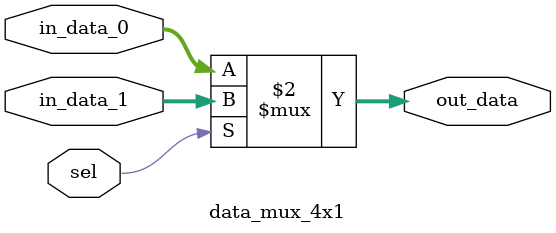
<source format=v>
`timescale 1ns / 1ps


module data_mux_4x1#(
    parameter DATA_WIDTH = 32
)(
    input       wire        [DATA_WIDTH -1: 0]      in_data_1,
    input       wire        [DATA_WIDTH -1: 0]      in_data_0,
    input       wire                                sel,
    output      wire        [DATA_WIDTH -1: 0]      out_data  
    );

    assign out_data = (sel == 1'd0) ? (in_data_0) : (in_data_1);
endmodule
</source>
